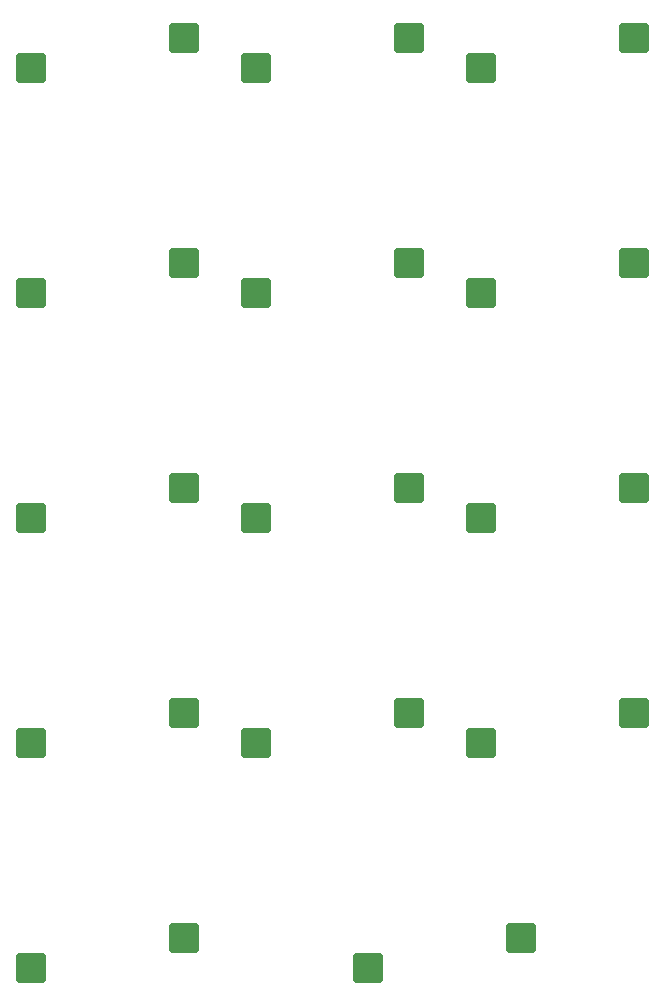
<source format=gbr>
G04 #@! TF.GenerationSoftware,KiCad,Pcbnew,(6.0.7-1)-1*
G04 #@! TF.CreationDate,2022-08-13T20:31:23-04:00*
G04 #@! TF.ProjectId,KnGXT,4b6e4758-542e-46b6-9963-61645f706362,rev?*
G04 #@! TF.SameCoordinates,Original*
G04 #@! TF.FileFunction,Paste,Bot*
G04 #@! TF.FilePolarity,Positive*
%FSLAX46Y46*%
G04 Gerber Fmt 4.6, Leading zero omitted, Abs format (unit mm)*
G04 Created by KiCad (PCBNEW (6.0.7-1)-1) date 2022-08-13 20:31:23*
%MOMM*%
%LPD*%
G01*
G04 APERTURE LIST*
G04 Aperture macros list*
%AMRoundRect*
0 Rectangle with rounded corners*
0 $1 Rounding radius*
0 $2 $3 $4 $5 $6 $7 $8 $9 X,Y pos of 4 corners*
0 Add a 4 corners polygon primitive as box body*
4,1,4,$2,$3,$4,$5,$6,$7,$8,$9,$2,$3,0*
0 Add four circle primitives for the rounded corners*
1,1,$1+$1,$2,$3*
1,1,$1+$1,$4,$5*
1,1,$1+$1,$6,$7*
1,1,$1+$1,$8,$9*
0 Add four rect primitives between the rounded corners*
20,1,$1+$1,$2,$3,$4,$5,0*
20,1,$1+$1,$4,$5,$6,$7,0*
20,1,$1+$1,$6,$7,$8,$9,0*
20,1,$1+$1,$8,$9,$2,$3,0*%
G04 Aperture macros list end*
%ADD10RoundRect,0.250000X-1.025000X-1.000000X1.025000X-1.000000X1.025000X1.000000X-1.025000X1.000000X0*%
G04 APERTURE END LIST*
D10*
X89815000Y-56785000D03*
X102742000Y-54245000D03*
X89815000Y-37735000D03*
X102742000Y-35195000D03*
X51715000Y-113935000D03*
X64642000Y-111395000D03*
X51715000Y-94885000D03*
X64642000Y-92345000D03*
X70765000Y-56785000D03*
X83692000Y-54245000D03*
X80290000Y-113935000D03*
X93217000Y-111395000D03*
X70765000Y-37735000D03*
X83692000Y-35195000D03*
X89815000Y-94885000D03*
X102742000Y-92345000D03*
X89815000Y-75835000D03*
X102742000Y-73295000D03*
X51715000Y-37735000D03*
X64642000Y-35195000D03*
X70765000Y-75835000D03*
X83692000Y-73295000D03*
X70765000Y-94885000D03*
X83692000Y-92345000D03*
X51715000Y-75835000D03*
X64642000Y-73295000D03*
X51715000Y-56785000D03*
X64642000Y-54245000D03*
M02*

</source>
